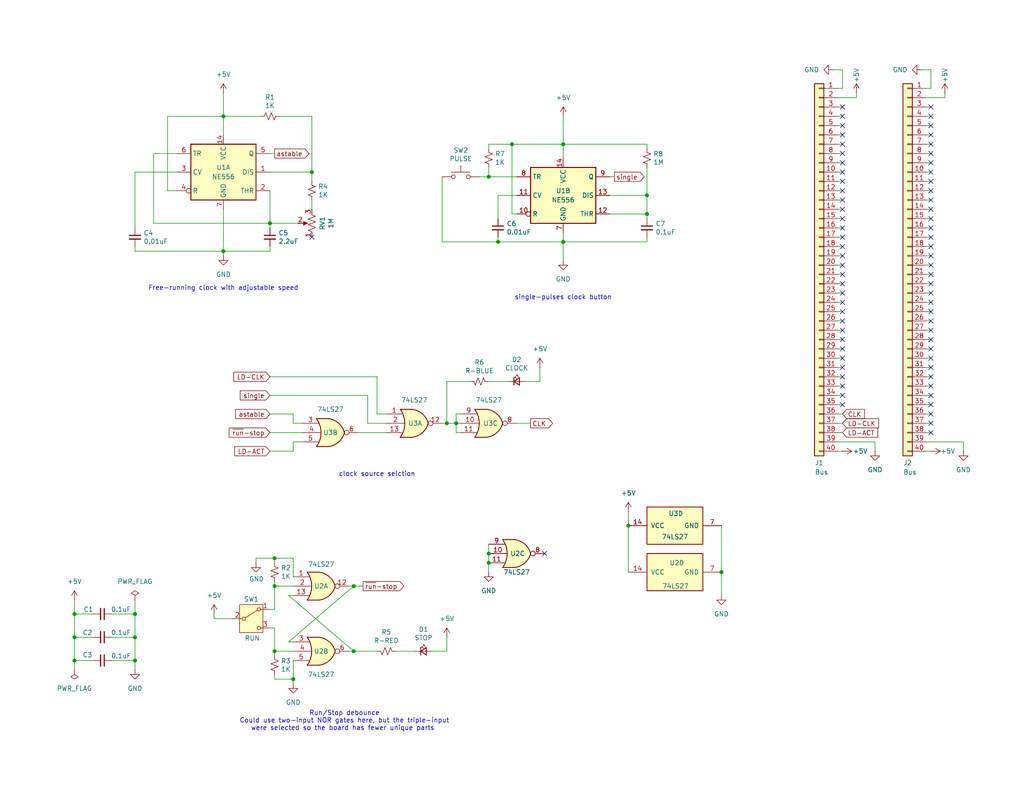
<source format=kicad_sch>
(kicad_sch (version 20231120) (generator "eeschema") (generator_version "8.0")
  (paper "USLetter")
  (title_block (title "SAP-Plus System Clock") (date "2024-07-28") (rev "1.0") (company "github.com/TomNisbet/sap-plus"))
  (lib_symbols
    (symbol "74xx:74LS27" (pin_names (offset 1.016))
      (property "Reference" "U" (at 0 1.27 0))
      (property "Value" "74LS27" (at 0 -1.27 0))
      (symbol "74LS27_1_1"
        (arc (start -3.81 -3.81) (mid -2.589 0) (end -3.81 3.81) (stroke (width 0.254)))
        (arc (start -0.6096 -3.81) (mid 2.1842 -2.5851) (end 3.81 0) (stroke (width 0.254)) (fill (type background)))
        (polyline (pts (xy -3.81 -3.81) (xy -0.635 -3.81)) (stroke (width 0.254)) (fill (type background)))
        (polyline (pts (xy -3.81 3.81) (xy -0.635 3.81)) (stroke (width 0.254)) (fill (type background)))
        (polyline (pts (xy -0.635 3.81) (xy -3.81 3.81) (xy -3.81 3.81) (xy -3.556 3.4036) (xy -3.0226 2.2606) (xy -2.6924 1.0414) (xy -2.6162 -0.254) (xy -2.7686 -1.4986) (xy -3.175 -2.7178) (xy -3.81 -3.81) (xy -3.81 -3.81) (xy -0.635 -3.81)) (stroke (width -25.4)) (fill (type background)))
        (arc (start 3.81 0) (mid 2.1915 2.5936) (end -0.6096 3.81) (stroke (width 0.254)) (fill (type background)))
        (pin input line (at -7.62 2.54 0) (length 4.318) (name "~") (number "1"))
        (pin output inverted (at 7.62 0 180) (length 3.81) (name "~") (number "12"))
        (pin input line (at -7.62 -2.54 0) (length 4.318) (name "~") (number "13"))
        (pin input line (at -7.62 0 0) (length 4.953) (name "~") (number "2"))
      )
      (symbol "74LS27_1_2"
        (arc (start 0 -3.81) (mid 3.7934 0) (end 0 3.81) (stroke (width 0.254)) (fill (type background)))
        (polyline (pts (xy 0 3.81) (xy -3.81 3.81) (xy -3.81 -3.81) (xy 0 -3.81)) (stroke (width 0.254)) (fill (type background)))
        (pin input inverted (at -7.62 2.54 0) (length 3.81) (name "~") (number "1"))
        (pin output line (at 7.62 0 180) (length 3.81) (name "~") (number "12"))
        (pin input inverted (at -7.62 -2.54 0) (length 3.81) (name "~") (number "13"))
        (pin input inverted (at -7.62 0 0) (length 3.81) (name "~") (number "2"))
      )
      (symbol "74LS27_2_1"
        (arc (start -3.81 -3.81) (mid -2.589 0) (end -3.81 3.81) (stroke (width 0.254)))
        (arc (start -0.6096 -3.81) (mid 2.1842 -2.5851) (end 3.81 0) (stroke (width 0.254)) (fill (type background)))
        (polyline (pts (xy -3.81 -3.81) (xy -0.635 -3.81)) (stroke (width 0.254)) (fill (type background)))
        (polyline (pts (xy -3.81 3.81) (xy -0.635 3.81)) (stroke (width 0.254)) (fill (type background)))
        (polyline (pts (xy -0.635 3.81) (xy -3.81 3.81) (xy -3.81 3.81) (xy -3.556 3.4036) (xy -3.0226 2.2606) (xy -2.6924 1.0414) (xy -2.6162 -0.254) (xy -2.7686 -1.4986) (xy -3.175 -2.7178) (xy -3.81 -3.81) (xy -3.81 -3.81) (xy -0.635 -3.81)) (stroke (width -25.4)) (fill (type background)))
        (arc (start 3.81 0) (mid 2.1915 2.5936) (end -0.6096 3.81) (stroke (width 0.254)) (fill (type background)))
        (pin input line (at -7.62 2.54 0) (length 4.318) (name "~") (number "3"))
        (pin input line (at -7.62 0 0) (length 4.953) (name "~") (number "4"))
        (pin input line (at -7.62 -2.54 0) (length 4.318) (name "~") (number "5"))
        (pin output inverted (at 7.62 0 180) (length 3.81) (name "~") (number "6"))
      )
      (symbol "74LS27_2_2"
        (arc (start 0 -3.81) (mid 3.7934 0) (end 0 3.81) (stroke (width 0.254)) (fill (type background)))
        (polyline (pts (xy 0 3.81) (xy -3.81 3.81) (xy -3.81 -3.81) (xy 0 -3.81)) (stroke (width 0.254)) (fill (type background)))
        (pin input inverted (at -7.62 2.54 0) (length 3.81) (name "~") (number "3"))
        (pin input inverted (at -7.62 0 0) (length 3.81) (name "~") (number "4"))
        (pin input inverted (at -7.62 -2.54 0) (length 3.81) (name "~") (number "5"))
        (pin output line (at 7.62 0 180) (length 3.81) (name "~") (number "6"))
      )
      (symbol "74LS27_3_1"
        (arc (start -3.81 -3.81) (mid -2.589 0) (end -3.81 3.81) (stroke (width 0.254)))
        (arc (start -0.6096 -3.81) (mid 2.1842 -2.5851) (end 3.81 0) (stroke (width 0.254)) (fill (type background)))
        (polyline (pts (xy -3.81 -3.81) (xy -0.635 -3.81)) (stroke (width 0.254)) (fill (type background)))
        (polyline (pts (xy -3.81 3.81) (xy -0.635 3.81)) (stroke (width 0.254)) (fill (type background)))
        (polyline (pts (xy -0.635 3.81) (xy -3.81 3.81) (xy -3.81 3.81) (xy -3.556 3.4036) (xy -3.0226 2.2606) (xy -2.6924 1.0414) (xy -2.6162 -0.254) (xy -2.7686 -1.4986) (xy -3.175 -2.7178) (xy -3.81 -3.81) (xy -3.81 -3.81) (xy -0.635 -3.81)) (stroke (width -25.4)) (fill (type background)))
        (arc (start 3.81 0) (mid 2.1915 2.5936) (end -0.6096 3.81) (stroke (width 0.254)) (fill (type background)))
        (pin input line (at -7.62 0 0) (length 4.953) (name "~") (number "10"))
        (pin input line (at -7.62 -2.54 0) (length 4.318) (name "~") (number "11"))
        (pin output inverted (at 7.62 0 180) (length 3.81) (name "~") (number "8"))
        (pin input line (at -7.62 2.54 0) (length 4.318) (name "~") (number "9"))
      )
      (symbol "74LS27_3_2"
        (arc (start 0 -3.81) (mid 3.7934 0) (end 0 3.81) (stroke (width 0.254)) (fill (type background)))
        (polyline (pts (xy 0 3.81) (xy -3.81 3.81) (xy -3.81 -3.81) (xy 0 -3.81)) (stroke (width 0.254)) (fill (type background)))
        (pin input inverted (at -7.62 0 0) (length 3.81) (name "~") (number "10"))
        (pin input inverted (at -7.62 -2.54 0) (length 3.81) (name "~") (number "11"))
        (pin output line (at 7.62 0 180) (length 3.81) (name "~") (number "8"))
        (pin input inverted (at -7.62 2.54 0) (length 3.81) (name "~") (number "9"))
      )
      (symbol "74LS27_4_0"
        (pin power_in line (at 0 12.7 270) (length 5.08) (name "VCC") (number "14"))
        (pin power_in line (at 0 -12.7 90) (length 5.08) (name "GND") (number "7"))
      )
      (symbol "74LS27_4_1"
        (rectangle (start -5.08 7.62) (end 5.08 -7.62) (stroke (width 0.254)) (fill (type background)))
      )
    )
    (symbol "Connector_Generic:Conn_01x40" (pin_names (offset 1.016) hide)
      (property "Reference" "J" (at 0 50.8 0))
      (property "Value" "Conn_01x40" (at 0 -53.34 0))
      (symbol "Conn_01x40_1_1"
        (rectangle (start -1.27 -50.673) (end 0 -50.927) (stroke (width 0.1524)))
        (rectangle (start -1.27 -48.133) (end 0 -48.387) (stroke (width 0.1524)))
        (rectangle (start -1.27 -45.593) (end 0 -45.847) (stroke (width 0.1524)))
        (rectangle (start -1.27 -43.053) (end 0 -43.307) (stroke (width 0.1524)))
        (rectangle (start -1.27 -40.513) (end 0 -40.767) (stroke (width 0.1524)))
        (rectangle (start -1.27 -37.973) (end 0 -38.227) (stroke (width 0.1524)))
        (rectangle (start -1.27 -35.433) (end 0 -35.687) (stroke (width 0.1524)))
        (rectangle (start -1.27 -32.893) (end 0 -33.147) (stroke (width 0.1524)))
        (rectangle (start -1.27 -30.353) (end 0 -30.607) (stroke (width 0.1524)))
        (rectangle (start -1.27 -27.813) (end 0 -28.067) (stroke (width 0.1524)))
        (rectangle (start -1.27 -25.273) (end 0 -25.527) (stroke (width 0.1524)))
        (rectangle (start -1.27 -22.733) (end 0 -22.987) (stroke (width 0.1524)))
        (rectangle (start -1.27 -20.193) (end 0 -20.447) (stroke (width 0.1524)))
        (rectangle (start -1.27 -17.653) (end 0 -17.907) (stroke (width 0.1524)))
        (rectangle (start -1.27 -15.113) (end 0 -15.367) (stroke (width 0.1524)))
        (rectangle (start -1.27 -12.573) (end 0 -12.827) (stroke (width 0.1524)))
        (rectangle (start -1.27 -10.033) (end 0 -10.287) (stroke (width 0.1524)))
        (rectangle (start -1.27 -7.493) (end 0 -7.747) (stroke (width 0.1524)))
        (rectangle (start -1.27 -4.953) (end 0 -5.207) (stroke (width 0.1524)))
        (rectangle (start -1.27 -2.413) (end 0 -2.667) (stroke (width 0.1524)))
        (rectangle (start -1.27 0.127) (end 0 -0.127) (stroke (width 0.1524)))
        (rectangle (start -1.27 2.667) (end 0 2.413) (stroke (width 0.1524)))
        (rectangle (start -1.27 5.207) (end 0 4.953) (stroke (width 0.1524)))
        (rectangle (start -1.27 7.747) (end 0 7.493) (stroke (width 0.1524)))
        (rectangle (start -1.27 10.287) (end 0 10.033) (stroke (width 0.1524)))
        (rectangle (start -1.27 12.827) (end 0 12.573) (stroke (width 0.1524)))
        (rectangle (start -1.27 15.367) (end 0 15.113) (stroke (width 0.1524)))
        (rectangle (start -1.27 17.907) (end 0 17.653) (stroke (width 0.1524)))
        (rectangle (start -1.27 20.447) (end 0 20.193) (stroke (width 0.1524)))
        (rectangle (start -1.27 22.987) (end 0 22.733) (stroke (width 0.1524)))
        (rectangle (start -1.27 25.527) (end 0 25.273) (stroke (width 0.1524)))
        (rectangle (start -1.27 28.067) (end 0 27.813) (stroke (width 0.1524)))
        (rectangle (start -1.27 30.607) (end 0 30.353) (stroke (width 0.1524)))
        (rectangle (start -1.27 33.147) (end 0 32.893) (stroke (width 0.1524)))
        (rectangle (start -1.27 35.687) (end 0 35.433) (stroke (width 0.1524)))
        (rectangle (start -1.27 38.227) (end 0 37.973) (stroke (width 0.1524)))
        (rectangle (start -1.27 40.767) (end 0 40.513) (stroke (width 0.1524)))
        (rectangle (start -1.27 43.307) (end 0 43.053) (stroke (width 0.1524)))
        (rectangle (start -1.27 45.847) (end 0 45.593) (stroke (width 0.1524)))
        (rectangle (start -1.27 48.387) (end 0 48.133) (stroke (width 0.1524)))
        (rectangle (start -1.27 49.53) (end 1.27 -52.07) (stroke (width 0.254)) (fill (type background)))
        (pin passive line (at -5.08 48.26 0) (length 3.81) (name "Pin_1") (number "1"))
        (pin passive line (at -5.08 25.4 0) (length 3.81) (name "Pin_10") (number "10"))
        (pin passive line (at -5.08 22.86 0) (length 3.81) (name "Pin_11") (number "11"))
        (pin passive line (at -5.08 20.32 0) (length 3.81) (name "Pin_12") (number "12"))
        (pin passive line (at -5.08 17.78 0) (length 3.81) (name "Pin_13") (number "13"))
        (pin passive line (at -5.08 15.24 0) (length 3.81) (name "Pin_14") (number "14"))
        (pin passive line (at -5.08 12.7 0) (length 3.81) (name "Pin_15") (number "15"))
        (pin passive line (at -5.08 10.16 0) (length 3.81) (name "Pin_16") (number "16"))
        (pin passive line (at -5.08 7.62 0) (length 3.81) (name "Pin_17") (number "17"))
        (pin passive line (at -5.08 5.08 0) (length 3.81) (name "Pin_18") (number "18"))
        (pin passive line (at -5.08 2.54 0) (length 3.81) (name "Pin_19") (number "19"))
        (pin passive line (at -5.08 45.72 0) (length 3.81) (name "Pin_2") (number "2"))
        (pin passive line (at -5.08 0 0) (length 3.81) (name "Pin_20") (number "20"))
        (pin passive line (at -5.08 -2.54 0) (length 3.81) (name "Pin_21") (number "21"))
        (pin passive line (at -5.08 -5.08 0) (length 3.81) (name "Pin_22") (number "22"))
        (pin passive line (at -5.08 -7.62 0) (length 3.81) (name "Pin_23") (number "23"))
        (pin passive line (at -5.08 -10.16 0) (length 3.81) (name "Pin_24") (number "24"))
        (pin passive line (at -5.08 -12.7 0) (length 3.81) (name "Pin_25") (number "25"))
        (pin passive line (at -5.08 -15.24 0) (length 3.81) (name "Pin_26") (number "26"))
        (pin passive line (at -5.08 -17.78 0) (length 3.81) (name "Pin_27") (number "27"))
        (pin passive line (at -5.08 -20.32 0) (length 3.81) (name "Pin_28") (number "28"))
        (pin passive line (at -5.08 -22.86 0) (length 3.81) (name "Pin_29") (number "29"))
        (pin passive line (at -5.08 43.18 0) (length 3.81) (name "Pin_3") (number "3"))
        (pin passive line (at -5.08 -25.4 0) (length 3.81) (name "Pin_30") (number "30"))
        (pin passive line (at -5.08 -27.94 0) (length 3.81) (name "Pin_31") (number "31"))
        (pin passive line (at -5.08 -30.48 0) (length 3.81) (name "Pin_32") (number "32"))
        (pin passive line (at -5.08 -33.02 0) (length 3.81) (name "Pin_33") (number "33"))
        (pin passive line (at -5.08 -35.56 0) (length 3.81) (name "Pin_34") (number "34"))
        (pin passive line (at -5.08 -38.1 0) (length 3.81) (name "Pin_35") (number "35"))
        (pin passive line (at -5.08 -40.64 0) (length 3.81) (name "Pin_36") (number "36"))
        (pin passive line (at -5.08 -43.18 0) (length 3.81) (name "Pin_37") (number "37"))
        (pin passive line (at -5.08 -45.72 0) (length 3.81) (name "Pin_38") (number "38"))
        (pin passive line (at -5.08 -48.26 0) (length 3.81) (name "Pin_39") (number "39"))
        (pin passive line (at -5.08 40.64 0) (length 3.81) (name "Pin_4") (number "4"))
        (pin passive line (at -5.08 -50.8 0) (length 3.81) (name "Pin_40") (number "40"))
        (pin passive line (at -5.08 38.1 0) (length 3.81) (name "Pin_5") (number "5"))
        (pin passive line (at -5.08 35.56 0) (length 3.81) (name "Pin_6") (number "6"))
        (pin passive line (at -5.08 33.02 0) (length 3.81) (name "Pin_7") (number "7"))
        (pin passive line (at -5.08 30.48 0) (length 3.81) (name "Pin_8") (number "8"))
        (pin passive line (at -5.08 27.94 0) (length 3.81) (name "Pin_9") (number "9"))
      )
    )
    (symbol "Device:C_Small" (pin_numbers hide) (pin_names (offset 0.254) hide)
      (property "Reference" "C" (at 0.254 1.778 0))
      (property "Value" "C_Small" (at 0.254 -2.032 0))
      (symbol "C_Small_0_1"
        (polyline (pts (xy -1.524 -0.508) (xy 1.524 -0.508)) (stroke (width 0.3302)))
        (polyline (pts (xy -1.524 0.508) (xy 1.524 0.508)) (stroke (width 0.3048)))
      )
      (symbol "C_Small_1_1"
        (pin passive line (at 0 2.54 270) (length 2.032) (name "~") (number "1"))
        (pin passive line (at 0 -2.54 90) (length 2.032) (name "~") (number "2"))
      )
    )
    (symbol "Device:LED_Small" (pin_numbers hide) (pin_names (offset 0.254) hide)
      (property "Reference" "D" (at -1.27 3.175 0))
      (property "Value" "LED_Small" (at -4.445 -2.54 0))
      (symbol "LED_Small_0_1"
        (polyline (pts (xy -0.762 -1.016) (xy -0.762 1.016)) (stroke (width 0.254)))
        (polyline (pts (xy 1.016 0) (xy -0.762 0)))
        (polyline (pts (xy 0.762 -1.016) (xy -0.762 0) (xy 0.762 1.016) (xy 0.762 -1.016)) (stroke (width 0.254)))
        (polyline (pts (xy 0 0.762) (xy -0.508 1.27) (xy -0.254 1.27) (xy -0.508 1.27) (xy -0.508 1.016)))
        (polyline (pts (xy 0.508 1.27) (xy 0 1.778) (xy 0.254 1.778) (xy 0 1.778) (xy 0 1.524)))
      )
      (symbol "LED_Small_1_1"
        (pin passive line (at -2.54 0 0) (length 1.778) (name "K") (number "1"))
        (pin passive line (at 2.54 0 180) (length 1.778) (name "A") (number "2"))
      )
    )
    (symbol "Device:R_Potentiometer_US" (pin_names (offset 1.016) hide)
      (property "Reference" "RV" (at -4.445 0 90))
      (property "Value" "R_Potentiometer_US" (at -2.54 0 90))
      (symbol "R_Potentiometer_US_0_1"
        (polyline (pts (xy 0 -2.286) (xy 0 -2.54)))
        (polyline (pts (xy 0 2.54) (xy 0 2.286)))
        (polyline (pts (xy 2.54 0) (xy 1.524 0)))
        (polyline (pts (xy 1.143 0) (xy 2.286 0.508) (xy 2.286 -0.508) (xy 1.143 0)) (fill (type outline)))
        (polyline (pts (xy 0 -0.762) (xy 1.016 -1.143) (xy 0 -1.524) (xy -1.016 -1.905) (xy 0 -2.286)))
        (polyline (pts (xy 0 0.762) (xy 1.016 0.381) (xy 0 0) (xy -1.016 -0.381) (xy 0 -0.762)))
        (polyline (pts (xy 0 2.286) (xy 1.016 1.905) (xy 0 1.524) (xy -1.016 1.143) (xy 0 0.762)))
      )
      (symbol "R_Potentiometer_US_1_1"
        (pin passive line (at 0 3.81 270) (length 1.27) (name "1") (number "1"))
        (pin passive line (at 3.81 0 180) (length 1.27) (name "2") (number "2"))
        (pin passive line (at 0 -3.81 90) (length 1.27) (name "3") (number "3"))
      )
    )
    (symbol "Device:R_Small_US" (pin_numbers hide) (pin_names (offset 0.254) hide)
      (property "Reference" "R" (at 0.762 0.508 0))
      (property "Value" "R_Small_US" (at 0.762 -1.016 0))
      (symbol "R_Small_US_1_1"
        (polyline (pts (xy 0 0) (xy 1.016 -0.381) (xy 0 -0.762) (xy -1.016 -1.143) (xy 0 -1.524)))
        (polyline (pts (xy 0 1.524) (xy 1.016 1.143) (xy 0 0.762) (xy -1.016 0.381) (xy 0 0)))
        (pin passive line (at 0 2.54 270) (length 1.016) (name "~") (number "1"))
        (pin passive line (at 0 -2.54 90) (length 1.016) (name "~") (number "2"))
      )
    )
    (symbol "Switch:SW_Push" (pin_numbers hide) (pin_names (offset 1.016) hide)
      (property "Reference" "SW" (at 1.27 2.54 0))
      (property "Value" "SW_Push" (at 0 -1.524 0))
      (symbol "SW_Push_0_1"
        (circle (center -2.032 0) (radius 0.508))
        (polyline (pts (xy 0 1.27) (xy 0 3.048)))
        (polyline (pts (xy 2.54 1.27) (xy -2.54 1.27)))
        (circle (center 2.032 0) (radius 0.508))
        (pin passive line (at -5.08 0 0) (length 2.54) (name "1") (number "1"))
        (pin passive line (at 5.08 0 180) (length 2.54) (name "2") (number "2"))
      )
    )
    (symbol "Switch:SW_SPDT" (pin_names (offset 0) hide)
      (property "Reference" "SW" (at 0 5.08 0))
      (property "Value" "SW_SPDT" (at 0 -5.08 0))
      (symbol "SW_SPDT_0_1"
        (circle (center -2.032 0) (radius 0.4572))
        (polyline (pts (xy -1.651 0.254) (xy 1.651 2.286)))
        (circle (center 2.032 -2.54) (radius 0.4572))
        (circle (center 2.032 2.54) (radius 0.4572))
      )
      (symbol "SW_SPDT_1_1"
        (rectangle (start -3.175 3.81) (end 3.175 -3.81) (fill (type background)))
        (pin passive line (at 5.08 2.54 180) (length 2.54) (name "A") (number "1"))
        (pin passive line (at -5.08 0 0) (length 2.54) (name "B") (number "2"))
        (pin passive line (at 5.08 -2.54 180) (length 2.54) (name "C") (number "3"))
      )
    )
    (symbol "Timer:NE556"
      (property "Reference" "U" (at -10.16 8.89 0))
      (property "Value" "NE556" (at -10.16 -8.89 0))
      (symbol "NE556_0_0"
        (pin power_in line (at 0 10.16 270) (length 2.54) (name "VCC") (number "14"))
        (pin power_in line (at 0 -10.16 90) (length 2.54) (name "GND") (number "7"))
      )
      (symbol "NE556_0_1"
        (rectangle (start -8.89 -7.62) (end 8.89 7.62) (stroke (width 0.254)) (fill (type background)))
        (rectangle (start -8.89 -7.62) (end 8.89 7.62) (stroke (width 0.254)) (fill (type background)))
      )
      (symbol "NE556_1_1"
        (pin input line (at 12.7 0 180) (length 3.81) (name "DIS") (number "1"))
        (pin input line (at 12.7 -5.08 180) (length 3.81) (name "THR") (number "2"))
        (pin input line (at -12.7 0 0) (length 3.81) (name "CV") (number "3"))
        (pin input inverted (at -12.7 -5.08 0) (length 3.81) (name "R") (number "4"))
        (pin output line (at 12.7 5.08 180) (length 3.81) (name "Q") (number "5"))
        (pin input line (at -12.7 5.08 0) (length 3.81) (name "TR") (number "6"))
      )
      (symbol "NE556_2_1"
        (pin input inverted (at -12.7 -5.08 0) (length 3.81) (name "R") (number "10"))
        (pin input line (at -12.7 0 0) (length 3.81) (name "CV") (number "11"))
        (pin input line (at 12.7 -5.08 180) (length 3.81) (name "THR") (number "12"))
        (pin input line (at 12.7 0 180) (length 3.81) (name "DIS") (number "13"))
        (pin input line (at -12.7 5.08 0) (length 3.81) (name "TR") (number "8"))
        (pin output line (at 12.7 5.08 180) (length 3.81) (name "Q") (number "9"))
      )
    )
    (symbol "power:+5V" (power) (pin_numbers hide) (pin_names (offset 0) hide)
      (property "Value" "+5V" (at 0 3.556 0))
      (symbol "+5V_0_1"
        (polyline (pts (xy -0.762 1.27) (xy 0 2.54)))
        (polyline (pts (xy 0 0) (xy 0 2.54)))
        (polyline (pts (xy 0 2.54) (xy 0.762 1.27)))
      )
      (symbol "+5V_1_1"
        (pin power_in line (at 0 0 90) (length 0) (name "~") (number "1"))
      )
    )
    (symbol "power:GND" (power) (pin_numbers hide) (pin_names (offset 0) hide)
      (property "Value" "GND" (at 0 -3.81 0))
      (symbol "GND_0_1"
        (polyline (pts (xy 0 0) (xy 0 -1.27) (xy 1.27 -1.27) (xy 0 -2.54) (xy -1.27 -1.27) (xy 0 -1.27)))
      )
      (symbol "GND_1_1"
        (pin power_in line (at 0 0 270) (length 0) (name "~") (number "1"))
      )
    )
    (symbol "power:PWR_FLAG" (power) (pin_numbers hide) (pin_names (offset 0) hide)
      (property "Value" "PWR_FLAG" (at 0 3.81 0))
      (symbol "PWR_FLAG_0_0"
        (pin power_out line (at 0 0 90) (length 0) (name "~") (number "1"))
      )
      (symbol "PWR_FLAG_0_1"
        (polyline (pts (xy 0 0) (xy 0 1.27) (xy -1.016 1.905) (xy 0 2.54) (xy 1.016 1.905) (xy 0 1.27)))
      )
    )
  )
  (junction (at 74.93 177.8))
  (junction (at 139.7 39.37))
  (junction (at 176.53 53.34))
  (junction (at 74.93 160.02))
  (junction (at 96.52 160.02))
  (junction (at 135.89 66.04))
  (junction (at 60.96 31.75))
  (junction (at 20.32 173.99))
  (junction (at 133.35 153.67))
  (junction (at 121.92 115.57))
  (junction (at 36.83 167.64))
  (junction (at 73.66 60.96))
  (junction (at 153.67 39.37))
  (junction (at 133.35 48.26))
  (junction (at 36.83 173.99))
  (junction (at 20.32 167.64))
  (junction (at 133.35 151.13))
  (junction (at 96.52 177.8))
  (junction (at 171.45 143.51))
  (junction (at 74.93 152.4))
  (junction (at 20.32 180.34))
  (junction (at 80.01 185.42))
  (junction (at 176.53 58.42))
  (junction (at 153.67 66.04))
  (junction (at 36.83 180.34))
  (junction (at 60.96 68.58))
  (junction (at 196.85 156.21))
  (junction (at 85.09 46.99))
  (junction (at 124.46 115.57))
  (no_connect (at 254 102.87))
  (no_connect (at 254 36.83))
  (no_connect (at 254 62.23))
  (no_connect (at 254 44.45))
  (no_connect (at 229.87 74.93))
  (no_connect (at 148.59 151.13))
  (no_connect (at 229.87 34.29))
  (no_connect (at 229.87 36.83))
  (no_connect (at 229.87 97.79))
  (no_connect (at 229.87 90.17))
  (no_connect (at 254 95.25))
  (no_connect (at 254 34.29))
  (no_connect (at 254 64.77))
  (no_connect (at 229.87 67.31))
  (no_connect (at 229.87 92.71))
  (no_connect (at 254 74.93))
  (no_connect (at 229.87 54.61))
  (no_connect (at 229.87 107.95))
  (no_connect (at 254 97.79))
  (no_connect (at 85.09 64.77))
  (no_connect (at 229.87 82.55))
  (no_connect (at 254 54.61))
  (no_connect (at 229.87 87.63))
  (no_connect (at 254 80.01))
  (no_connect (at 229.87 77.47))
  (no_connect (at 254 31.75))
  (no_connect (at 254 110.49))
  (no_connect (at 254 107.95))
  (no_connect (at 229.87 102.87))
  (no_connect (at 229.87 72.39))
  (no_connect (at 229.87 59.69))
  (no_connect (at 229.87 85.09))
  (no_connect (at 254 82.55))
  (no_connect (at 229.87 100.33))
  (no_connect (at 254 52.07))
  (no_connect (at 254 29.21))
  (no_connect (at 254 115.57))
  (no_connect (at 229.87 105.41))
  (no_connect (at 229.87 80.01))
  (no_connect (at 254 41.91))
  (no_connect (at 254 105.41))
  (no_connect (at 254 49.53))
  (no_connect (at 229.87 64.77))
  (no_connect (at 254 67.31))
  (no_connect (at 254 118.11))
  (no_connect (at 254 85.09))
  (no_connect (at 254 69.85))
  (no_connect (at 229.87 41.91))
  (no_connect (at 254 92.71))
  (no_connect (at 229.87 39.37))
  (no_connect (at 254 113.03))
  (no_connect (at 254 87.63))
  (no_connect (at 229.87 110.49))
  (no_connect (at 254 46.99))
  (no_connect (at 229.87 52.07))
  (no_connect (at 229.87 49.53))
  (no_connect (at 254 39.37))
  (no_connect (at 229.87 44.45))
  (no_connect (at 254 77.47))
  (no_connect (at 229.87 46.99))
  (no_connect (at 229.87 62.23))
  (no_connect (at 229.87 95.25))
  (no_connect (at 229.87 29.21))
  (no_connect (at 254 57.15))
  (no_connect (at 254 59.69))
  (no_connect (at 229.87 31.75))
  (no_connect (at 229.87 69.85))
  (no_connect (at 254 90.17))
  (no_connect (at 254 100.33))
  (no_connect (at 229.87 57.15))
  (no_connect (at 254 72.39))
  (wire (pts (xy 228.6 118.11) (xy 229.87 118.11)))
  (wire (pts (xy 254 31.75) (xy 252.73 31.75)))
  (wire (pts (xy 229.87 29.21) (xy 228.6 29.21)))
  (wire (pts (xy 254 87.63) (xy 252.73 87.63)))
  (wire (pts (xy 229.87 80.01) (xy 228.6 80.01)))
  (wire (pts (xy 74.93 160.02) (xy 74.93 158.75)))
  (wire (pts (xy 60.96 25.4) (xy 60.96 31.75)))
  (wire (pts (xy 80.01 185.42) (xy 80.01 186.69)))
  (wire (pts (xy 48.26 46.99) (xy 36.83 46.99)))
  (wire (pts (xy 254 80.01) (xy 252.73 80.01)))
  (wire (pts (xy 74.93 166.37) (xy 73.66 166.37)))
  (wire (pts (xy 25.4 180.34) (xy 20.32 180.34)))
  (wire (pts (xy 25.4 173.99) (xy 20.32 173.99)))
  (wire (pts (xy 74.93 177.8) (xy 74.93 171.45)))
  (wire (pts (xy 125.73 113.03) (xy 124.46 113.03)))
  (wire (pts (xy 36.83 167.64) (xy 36.83 173.99)))
  (wire (pts (xy 228.6 107.95) (xy 229.87 107.95)))
  (wire (pts (xy 140.97 53.34) (xy 135.89 53.34)))
  (wire (pts (xy 85.09 31.75) (xy 85.09 46.99)))
  (wire (pts (xy 254 39.37) (xy 252.73 39.37)))
  (wire (pts (xy 252.73 26.67) (xy 257.81 26.67)))
  (wire (pts (xy 120.65 66.04) (xy 135.89 66.04)))
  (wire (pts (xy 80.01 160.02) (xy 74.93 160.02)))
  (wire (pts (xy 254 59.69) (xy 252.73 59.69)))
  (wire (pts (xy 73.66 68.58) (xy 73.66 67.31)))
  (wire (pts (xy 96.52 177.8) (xy 95.25 177.8)))
  (wire (pts (xy 254 72.39) (xy 252.73 72.39)))
  (wire (pts (xy 176.53 39.37) (xy 153.67 39.37)))
  (wire (pts (xy 153.67 63.5) (xy 153.67 66.04)))
  (wire (pts (xy 36.83 173.99) (xy 36.83 180.34)))
  (wire (pts (xy 102.87 102.87) (xy 73.66 102.87)))
  (wire (pts (xy 124.46 115.57) (xy 125.73 115.57)))
  (wire (pts (xy 48.26 52.07) (xy 45.72 52.07)))
  (wire (pts (xy 60.96 68.58) (xy 73.66 68.58)))
  (wire (pts (xy 153.67 31.75) (xy 153.67 39.37)))
  (wire (pts (xy 85.09 49.53) (xy 85.09 46.99)))
  (wire (pts (xy 229.87 64.77) (xy 228.6 64.77)))
  (wire (pts (xy 229.87 95.25) (xy 228.6 95.25)))
  (wire (pts (xy 85.09 46.99) (xy 73.66 46.99)))
  (wire (pts (xy 121.92 115.57) (xy 120.65 115.57)))
  (wire (pts (xy 133.35 48.26) (xy 133.35 45.72)))
  (wire (pts (xy 71.12 31.75) (xy 60.96 31.75)))
  (wire (pts (xy 125.73 118.11) (xy 124.46 118.11)))
  (wire (pts (xy 121.92 173.99) (xy 121.92 177.8)))
  (wire (pts (xy 229.87 105.41) (xy 228.6 105.41)))
  (wire (pts (xy 229.87 46.99) (xy 228.6 46.99)))
  (wire (pts (xy 229.87 77.47) (xy 228.6 77.47)))
  (wire (pts (xy 229.87 62.23) (xy 228.6 62.23)))
  (wire (pts (xy 171.45 143.51) (xy 171.45 156.21)))
  (wire (pts (xy 45.72 31.75) (xy 60.96 31.75)))
  (wire (pts (xy 254 36.83) (xy 252.73 36.83)))
  (wire (pts (xy 257.81 25.4) (xy 257.81 26.67)))
  (wire (pts (xy 229.87 49.53) (xy 228.6 49.53)))
  (wire (pts (xy 36.83 163.83) (xy 36.83 167.64)))
  (wire (pts (xy 254 90.17) (xy 252.73 90.17)))
  (wire (pts (xy 74.93 184.15) (xy 74.93 185.42)))
  (wire (pts (xy 196.85 143.51) (xy 196.85 156.21)))
  (wire (pts (xy 120.65 48.26) (xy 120.65 66.04)))
  (wire (pts (xy 133.35 40.64) (xy 133.35 39.37)))
  (wire (pts (xy 133.35 148.59) (xy 133.35 151.13)))
  (wire (pts (xy 254 44.45) (xy 252.73 44.45)))
  (wire (pts (xy 229.87 54.61) (xy 228.6 54.61)))
  (wire (pts (xy 229.87 19.05) (xy 229.87 24.13)))
  (wire (pts (xy 254 46.99) (xy 252.73 46.99)))
  (wire (pts (xy 254 105.41) (xy 252.73 105.41)))
  (wire (pts (xy 41.91 60.96) (xy 73.66 60.96)))
  (wire (pts (xy 74.93 171.45) (xy 73.66 171.45)))
  (wire (pts (xy 251.46 19.05) (xy 254 19.05)))
  (wire (pts (xy 96.52 160.02) (xy 95.25 160.02)))
  (wire (pts (xy 80.01 180.34) (xy 80.01 185.42)))
  (wire (pts (xy 254 115.57) (xy 252.73 115.57)))
  (wire (pts (xy 20.32 173.99) (xy 20.32 180.34)))
  (wire (pts (xy 135.89 66.04) (xy 153.67 66.04)))
  (wire (pts (xy 30.48 173.99) (xy 36.83 173.99)))
  (wire (pts (xy 58.42 167.64) (xy 58.42 168.91)))
  (wire (pts (xy 254 123.19) (xy 252.73 123.19)))
  (wire (pts (xy 254 54.61) (xy 252.73 54.61)))
  (wire (pts (xy 99.06 160.02) (xy 96.52 160.02)))
  (wire (pts (xy 254 69.85) (xy 252.73 69.85)))
  (wire (pts (xy 229.87 74.93) (xy 228.6 74.93)))
  (wire (pts (xy 176.53 58.42) (xy 176.53 59.69)))
  (wire (pts (xy 254 24.13) (xy 252.73 24.13)))
  (wire (pts (xy 121.92 115.57) (xy 124.46 115.57)))
  (wire (pts (xy 60.96 68.58) (xy 60.96 69.85)))
  (wire (pts (xy 76.2 31.75) (xy 85.09 31.75)))
  (wire (pts (xy 74.93 160.02) (xy 74.93 166.37)))
  (wire (pts (xy 20.32 180.34) (xy 20.32 182.88)))
  (wire (pts (xy 254 77.47) (xy 252.73 77.47)))
  (wire (pts (xy 229.87 82.55) (xy 228.6 82.55)))
  (wire (pts (xy 80.01 177.8) (xy 74.93 177.8)))
  (wire (pts (xy 176.53 40.64) (xy 176.53 39.37)))
  (wire (pts (xy 254 100.33) (xy 252.73 100.33)))
  (wire (pts (xy 171.45 139.7) (xy 171.45 143.51)))
  (wire (pts (xy 254 110.49) (xy 252.73 110.49)))
  (wire (pts (xy 36.83 68.58) (xy 60.96 68.58)))
  (wire (pts (xy 36.83 180.34) (xy 36.83 182.88)))
  (wire (pts (xy 229.87 24.13) (xy 228.6 24.13)))
  (wire (pts (xy 229.87 41.91) (xy 228.6 41.91)))
  (wire (pts (xy 102.87 177.8) (xy 96.52 177.8)))
  (wire (pts (xy 105.41 113.03) (xy 102.87 113.03)))
  (wire (pts (xy 121.92 104.14) (xy 121.92 115.57)))
  (wire (pts (xy 176.53 64.77) (xy 176.53 66.04)))
  (wire (pts (xy 254 49.53) (xy 252.73 49.53)))
  (wire (pts (xy 254 62.23) (xy 252.73 62.23)))
  (wire (pts (xy 74.93 41.91) (xy 73.66 41.91)))
  (wire (pts (xy 262.89 120.65) (xy 262.89 123.19)))
  (wire (pts (xy 73.66 118.11) (xy 82.55 118.11)))
  (wire (pts (xy 153.67 39.37) (xy 153.67 43.18)))
  (wire (pts (xy 254 118.11) (xy 252.73 118.11)))
  (wire (pts (xy 176.53 53.34) (xy 176.53 58.42)))
  (wire (pts (xy 254 113.03) (xy 252.73 113.03)))
  (wire (pts (xy 30.48 167.64) (xy 36.83 167.64)))
  (wire (pts (xy 176.53 45.72) (xy 176.53 53.34)))
  (wire (pts (xy 85.09 54.61) (xy 85.09 57.15)))
  (wire (pts (xy 227.33 19.05) (xy 229.87 19.05)))
  (wire (pts (xy 133.35 39.37) (xy 139.7 39.37)))
  (wire (pts (xy 254 82.55) (xy 252.73 82.55)))
  (wire (pts (xy 229.87 69.85) (xy 228.6 69.85)))
  (wire (pts (xy 130.81 48.26) (xy 133.35 48.26)))
  (wire (pts (xy 143.51 104.14) (xy 147.32 104.14)))
  (wire (pts (xy 229.87 123.19) (xy 228.6 123.19)))
  (wire (pts (xy 229.87 31.75) (xy 228.6 31.75)))
  (wire (pts (xy 20.32 163.83) (xy 20.32 167.64)))
  (wire (pts (xy 254 85.09) (xy 252.73 85.09)))
  (wire (pts (xy 254 107.95) (xy 252.73 107.95)))
  (wire (pts (xy 133.35 48.26) (xy 140.97 48.26)))
  (wire (pts (xy 96.52 177.8) (xy 78.74 162.56)))
  (wire (pts (xy 147.32 100.33) (xy 147.32 104.14)))
  (wire (pts (xy 73.66 52.07) (xy 73.66 60.96)))
  (wire (pts (xy 139.7 39.37) (xy 153.67 39.37)))
  (wire (pts (xy 254 34.29) (xy 252.73 34.29)))
  (wire (pts (xy 20.32 167.64) (xy 20.32 173.99)))
  (wire (pts (xy 229.87 67.31) (xy 228.6 67.31)))
  (wire (pts (xy 167.64 48.26) (xy 166.37 48.26)))
  (wire (pts (xy 73.66 113.03) (xy 80.01 113.03)))
  (wire (pts (xy 228.6 120.65) (xy 238.76 120.65)))
  (wire (pts (xy 36.83 46.99) (xy 36.83 62.23)))
  (wire (pts (xy 138.43 104.14) (xy 133.35 104.14)))
  (wire (pts (xy 229.87 87.63) (xy 228.6 87.63)))
  (wire (pts (xy 254 19.05) (xy 254 24.13)))
  (wire (pts (xy 30.48 180.34) (xy 36.83 180.34)))
  (wire (pts (xy 229.87 72.39) (xy 228.6 72.39)))
  (wire (pts (xy 228.6 115.57) (xy 229.87 115.57)))
  (wire (pts (xy 229.87 90.17) (xy 228.6 90.17)))
  (wire (pts (xy 228.6 113.03) (xy 229.87 113.03)))
  (wire (pts (xy 113.03 177.8) (xy 107.95 177.8)))
  (wire (pts (xy 228.6 26.67) (xy 233.68 26.67)))
  (wire (pts (xy 228.6 110.49) (xy 229.87 110.49)))
  (wire (pts (xy 73.66 123.19) (xy 80.01 123.19)))
  (wire (pts (xy 105.41 118.11) (xy 97.79 118.11)))
  (wire (pts (xy 140.97 58.42) (xy 139.7 58.42)))
  (wire (pts (xy 80.01 113.03) (xy 80.01 115.57)))
  (wire (pts (xy 229.87 59.69) (xy 228.6 59.69)))
  (wire (pts (xy 133.35 151.13) (xy 133.35 153.67)))
  (wire (pts (xy 153.67 66.04) (xy 153.67 71.12)))
  (wire (pts (xy 36.83 67.31) (xy 36.83 68.58)))
  (wire (pts (xy 144.78 115.57) (xy 140.97 115.57)))
  (wire (pts (xy 254 97.79) (xy 252.73 97.79)))
  (wire (pts (xy 41.91 41.91) (xy 41.91 60.96)))
  (wire (pts (xy 100.33 115.57) (xy 105.41 115.57)))
  (wire (pts (xy 233.68 25.4) (xy 233.68 26.67)))
  (wire (pts (xy 100.33 107.95) (xy 100.33 115.57)))
  (wire (pts (xy 176.53 66.04) (xy 153.67 66.04)))
  (wire (pts (xy 229.87 102.87) (xy 228.6 102.87)))
  (wire (pts (xy 229.87 52.07) (xy 228.6 52.07)))
  (wire (pts (xy 254 74.93) (xy 252.73 74.93)))
  (wire (pts (xy 78.74 162.56) (xy 80.01 162.56)))
  (wire (pts (xy 80.01 115.57) (xy 82.55 115.57)))
  (wire (pts (xy 254 64.77) (xy 252.73 64.77)))
  (wire (pts (xy 69.85 152.4) (xy 69.85 153.67)))
  (wire (pts (xy 74.93 153.67) (xy 74.93 152.4)))
  (wire (pts (xy 74.93 152.4) (xy 69.85 152.4)))
  (wire (pts (xy 73.66 62.23) (xy 73.66 60.96)))
  (wire (pts (xy 25.4 167.64) (xy 20.32 167.64)))
  (wire (pts (xy 229.87 92.71) (xy 228.6 92.71)))
  (wire (pts (xy 229.87 39.37) (xy 228.6 39.37)))
  (wire (pts (xy 133.35 153.67) (xy 133.35 156.21)))
  (wire (pts (xy 254 102.87) (xy 252.73 102.87)))
  (wire (pts (xy 139.7 58.42) (xy 139.7 39.37)))
  (wire (pts (xy 96.52 160.02) (xy 78.74 175.26)))
  (wire (pts (xy 60.96 31.75) (xy 60.96 36.83)))
  (wire (pts (xy 80.01 157.48) (xy 80.01 152.4)))
  (wire (pts (xy 58.42 168.91) (xy 63.5 168.91)))
  (wire (pts (xy 254 95.25) (xy 252.73 95.25)))
  (wire (pts (xy 254 52.07) (xy 252.73 52.07)))
  (wire (pts (xy 254 57.15) (xy 252.73 57.15)))
  (wire (pts (xy 80.01 123.19) (xy 80.01 120.65)))
  (wire (pts (xy 45.72 52.07) (xy 45.72 31.75)))
  (wire (pts (xy 166.37 58.42) (xy 176.53 58.42)))
  (wire (pts (xy 229.87 57.15) (xy 228.6 57.15)))
  (wire (pts (xy 229.87 85.09) (xy 228.6 85.09)))
  (wire (pts (xy 78.74 175.26) (xy 80.01 175.26)))
  (wire (pts (xy 229.87 44.45) (xy 228.6 44.45)))
  (wire (pts (xy 124.46 113.03) (xy 124.46 115.57)))
  (wire (pts (xy 196.85 156.21) (xy 196.85 162.56)))
  (wire (pts (xy 254 67.31) (xy 252.73 67.31)))
  (wire (pts (xy 118.11 177.8) (xy 121.92 177.8)))
  (wire (pts (xy 166.37 53.34) (xy 176.53 53.34)))
  (wire (pts (xy 74.93 179.07) (xy 74.93 177.8)))
  (wire (pts (xy 135.89 53.34) (xy 135.89 59.69)))
  (wire (pts (xy 254 92.71) (xy 252.73 92.71)))
  (wire (pts (xy 229.87 100.33) (xy 228.6 100.33)))
  (wire (pts (xy 60.96 57.15) (xy 60.96 68.58)))
  (wire (pts (xy 73.66 107.95) (xy 100.33 107.95)))
  (wire (pts (xy 252.73 120.65) (xy 262.89 120.65)))
  (wire (pts (xy 81.28 60.96) (xy 73.66 60.96)))
  (wire (pts (xy 229.87 97.79) (xy 228.6 97.79)))
  (wire (pts (xy 74.93 185.42) (xy 80.01 185.42)))
  (wire (pts (xy 80.01 152.4) (xy 74.93 152.4)))
  (wire (pts (xy 229.87 34.29) (xy 228.6 34.29)))
  (wire (pts (xy 124.46 118.11) (xy 124.46 115.57)))
  (wire (pts (xy 254 29.21) (xy 252.73 29.21)))
  (wire (pts (xy 238.76 120.65) (xy 238.76 123.19)))
  (wire (pts (xy 48.26 41.91) (xy 41.91 41.91)))
  (wire (pts (xy 229.87 36.83) (xy 228.6 36.83)))
  (wire (pts (xy 135.89 64.77) (xy 135.89 66.04)))
  (wire (pts (xy 102.87 113.03) (xy 102.87 102.87)))
  (wire (pts (xy 254 41.91) (xy 252.73 41.91)))
  (wire (pts (xy 80.01 120.65) (xy 82.55 120.65)))
  (wire (pts (xy 128.27 104.14) (xy 121.92 104.14)))
  (text "Run/Stop debounce\nCould use two-input NOR gates here, but the triple-input\nwere selected so the board has fewer unique parts " (at 93.98 196.85 0) (effects (font (size 1.27 1.27))))
  (text "clock source selction" (at 102.87 129.54 0) (effects (font (size 1.27 1.27))))
  (text "Free-running clock with adjustable speed" (at 60.96 78.74 0) (effects (font (size 1.27 1.27))))
  (text "single-pulses clock button" (at 153.67 81.28 0) (effects (font (size 1.27 1.27))))
  (global_label "astable" (shape input) (at 73.66 113.03 180) (property "Intersheetrefs" "${INTERSHEET_REFS}" (effects (hide yes))))
  (global_label "~{run}-stop" (shape output) (at 99.06 160.02 0) (property "Intersheetrefs" "${INTERSHEET_REFS}" (effects (hide yes))))
  (global_label "CLK" (shape input) (at 229.87 113.03 0) (property "Intersheetrefs" "${INTERSHEET_REFS}" (effects (hide yes))))
  (global_label "single" (shape output) (at 167.64 48.26 0) (property "Intersheetrefs" "${INTERSHEET_REFS}" (effects (hide yes))))
  (global_label "astable" (shape output) (at 74.93 41.91 0) (property "Intersheetrefs" "${INTERSHEET_REFS}" (effects (hide yes))))
  (global_label "LD-CLK" (shape input) (at 229.87 115.57 0) (property "Intersheetrefs" "${INTERSHEET_REFS}" (effects (hide yes))))
  (global_label "~{run}-stop" (shape input) (at 73.66 118.11 180) (property "Intersheetrefs" "${INTERSHEET_REFS}" (effects (hide yes))))
  (global_label "LD-CLK" (shape input) (at 73.66 102.87 180) (property "Intersheetrefs" "${INTERSHEET_REFS}" (effects (hide yes))))
  (global_label "LD-ACT" (shape input) (at 73.66 123.19 180) (property "Intersheetrefs" "${INTERSHEET_REFS}" (effects (hide yes))))
  (global_label "LD-ACT" (shape input) (at 229.87 118.11 0) (property "Intersheetrefs" "${INTERSHEET_REFS}" (effects (hide yes))))
  (global_label "CLK" (shape output) (at 144.78 115.57 0) (property "Intersheetrefs" "${INTERSHEET_REFS}" (effects (hide yes))))
  (global_label "single" (shape input) (at 73.66 107.95 180) (property "Intersheetrefs" "${INTERSHEET_REFS}" (effects (hide yes))))
  (symbol (lib_id "Device:C_Small") (at 27.94 167.64 270) (unit 1)
    (property "Reference" "C1" (at 24.13 166.37 90))
    (property "Value" "0.1uF" (at 33.02 166.37 90))
    (property "Footprint" "Capacitor_THT:C_Disc_D3.0mm_W1.6mm_P2.50mm" (effects (hide yes)))
    (property "Description" "Unpolarized capacitor, small symbol" (effects (hide yes)))
  )
  (symbol (lib_id "Device:C_Small") (at 27.94 173.99 270) (unit 1)
    (property "Reference" "C2" (at 23.876 172.72 90))
    (property "Value" "0.1uF" (at 33.02 172.72 90))
    (property "Footprint" "Capacitor_THT:C_Disc_D3.0mm_W1.6mm_P2.50mm" (effects (hide yes)))
    (property "Description" "Unpolarized capacitor, small symbol" (effects (hide yes)))
  )
  (symbol (lib_id "Device:C_Small") (at 27.94 180.34 270) (unit 1)
    (property "Reference" "C3" (at 23.876 178.816 90))
    (property "Value" "0.1uF" (at 33.02 179.07 90))
    (property "Footprint" "Capacitor_THT:C_Disc_D3.0mm_W1.6mm_P2.50mm" (effects (hide yes)))
    (property "Description" "Unpolarized capacitor, small symbol" (effects (hide yes)))
  )
  (symbol (lib_id "Connector_Generic:Conn_01x40") (at 223.52 72.39 0) (mirror y) (unit 1)
    (property "Reference" "J1" (at 223.52 126.365 0))
    (property "Value" "Bus" (at 224.155 128.905 0))
    (property "Footprint" "Connector_PinHeader_2.54mm:PinHeader_1x40_P2.54mm_Vertical" (effects (hide yes)))
  )
  (symbol (lib_id "power:GND") (at 153.67 71.12 0) (unit 1)
    (property "Reference" "#PWR013" (effects (hide yes)))
    (property "Value" "GND" (at 153.67 76.2 0))
    (property "Description" "Power symbol creates a global label with name \"GND\" , ground" (effects (hide yes)))
  )
  (symbol (lib_id "Switch:SW_Push") (at 125.73 48.26 0) (unit 1)
    (property "Reference" "SW2" (at 125.73 41.021 0))
    (property "Value" "PULSE" (at 125.73 43.3324 0))
    (property "Footprint" "Button_Switch_THT:SW_PUSH-12mm" (effects (hide yes)))
  )
  (symbol (lib_id "power:+5V") (at 20.32 163.83 0) (unit 1)
    (property "Reference" "#PWR03" (effects (hide yes)))
    (property "Value" "+5V" (at 20.32 158.75 0))
    (property "Description" "Power symbol creates a global label with name \"+5V\"" (effects (hide yes)))
  )
  (symbol (lib_id "power:+5V") (at 58.42 167.64 0) (unit 1)
    (property "Reference" "#PWR016" (effects (hide yes)))
    (property "Value" "+5V" (at 58.42 162.56 0))
    (property "Description" "Power symbol creates a global label with name \"+5V\"" (effects (hide yes)))
  )
  (symbol (lib_id "Device:C_Small") (at 73.66 64.77 0) (unit 1)
    (property "Reference" "C5" (at 75.9714 63.6016 0) (effects (justify left)))
    (property "Value" "2.2uF" (at 75.9714 65.913 0) (effects (justify left)))
    (property "Footprint" "Capacitor_THT:C_Radial_D5.0mm_H5.0mm_P2.00mm" (effects (hide yes)))
  )
  (symbol (lib_id "Device:R_Small_US") (at 74.93 181.61 0) (unit 1)
    (property "Reference" "R3" (at 76.6572 180.4416 0) (effects (justify left)))
    (property "Value" "1K" (at 76.6572 182.753 0) (effects (justify left)))
    (property "Footprint" "Resistor_THT:R_Axial_DIN0207_L6.3mm_D2.5mm_P10.16mm_Horizontal" (effects (hide yes)))
  )
  (symbol (lib_id "power:GND") (at 238.76 123.19 0) (unit 1)
    (property "Reference" "#PWR010" (effects (hide yes)))
    (property "Value" "GND" (at 238.76 128.27 0))
    (property "Description" "Power symbol creates a global label with name \"GND\" , ground" (effects (hide yes)))
  )
  (symbol (lib_id "power:PWR_FLAG") (at 20.32 182.88 0) (mirror x) (unit 1)
    (property "Reference" "#FLG02" (effects (hide yes)))
    (property "Value" "PWR_FLAG" (at 20.32 187.96 0))
    (property "Description" "Special symbol for telling ERC where power comes from" (effects (hide yes)))
  )
  (symbol (lib_id "Device:C_Small") (at 176.53 62.23 0) (unit 1)
    (property "Reference" "C7" (at 178.8668 61.0616 0) (effects (justify left)))
    (property "Value" "0.1uF" (at 178.8668 63.373 0) (effects (justify left)))
    (property "Footprint" "Capacitor_THT:C_Disc_D3.0mm_W1.6mm_P2.50mm" (effects (hide yes)))
  )
  (symbol (lib_id "Device:R_Small_US") (at 85.09 52.07 180) (unit 1)
    (property "Reference" "R4" (at 86.8172 50.9016 0) (effects (justify right)))
    (property "Value" "1K" (at 86.8172 53.213 0) (effects (justify right)))
    (property "Footprint" "Resistor_THT:R_Axial_DIN0207_L6.3mm_D2.5mm_P10.16mm_Horizontal" (effects (hide yes)))
    (property "Description" "Resistor, small US symbol" (effects (hide yes)))
  )
  (symbol (lib_id "74xx:74LS27") (at 87.63 177.8 0) (unit 2)
    (property "Reference" "U2" (at 87.63 177.8 0))
    (property "Value" "74LS27" (at 87.63 184.15 0))
    (property "Footprint" "Package_DIP:DIP-14_W7.62mm" (effects (hide yes)))
    (property "Datasheet" "http://www.ti.com/lit/gpn/sn74LS27" (effects (hide yes)))
    (property "Description" "Triple 3-input NOR" (effects (hide yes)))
  )
  (symbol (lib_id "74xx:74LS27") (at 113.03 115.57 0) (unit 1)
    (property "Reference" "U3" (at 113.284 115.57 0))
    (property "Value" "74LS27" (at 113.03 109.22 0))
    (property "Footprint" "Package_DIP:DIP-14_W7.62mm" (effects (hide yes)))
    (property "Datasheet" "http://www.ti.com/lit/gpn/sn74LS27" (effects (hide yes)))
    (property "Description" "Triple 3-input NOR" (effects (hide yes)))
  )
  (symbol (lib_id "Device:R_Potentiometer_US") (at 85.09 60.96 180) (unit 1)
    (property "Reference" "RV1" (at 87.9602 60.96 90))
    (property "Value" "1M" (at 90.2716 60.96 90))
    (property "Footprint" "Potentiometer_THT:Potentiometer_Bourns_3386F_Vertical" (effects (hide yes)))
  )
  (symbol (lib_id "power:+5V") (at 229.87 123.19 270) (unit 1)
    (property "Reference" "#PWR02" (effects (hide yes)))
    (property "Value" "+5V" (at 232.664 123.19 90) (effects (justify left)))
    (property "Description" "Power symbol creates a global label with name \"+5V\"" (effects (hide yes)))
  )
  (symbol (lib_id "Device:R_Small_US") (at 133.35 43.18 0) (unit 1)
    (property "Reference" "R7" (at 135.0772 42.0116 0) (effects (justify left)))
    (property "Value" "1K" (at 135.0772 44.323 0) (effects (justify left)))
    (property "Footprint" "Resistor_THT:R_Axial_DIN0207_L6.3mm_D2.5mm_P10.16mm_Horizontal" (effects (hide yes)))
    (property "Description" "Resistor, small US symbol" (effects (hide yes)))
  )
  (symbol (lib_id "Connector_Generic:Conn_01x40") (at 247.65 72.39 0) (mirror y) (unit 1)
    (property "Reference" "J2" (at 247.65 126.365 0))
    (property "Value" "Bus" (at 248.285 128.905 0))
    (property "Footprint" "Connector_PinHeader_2.54mm:PinHeader_1x40_P2.54mm_Vertical" (effects (hide yes)))
  )
  (symbol (lib_id "power:+5V") (at 60.96 25.4 0) (unit 1)
    (property "Reference" "#PWR09" (effects (hide yes)))
    (property "Value" "+5V" (at 60.96 20.32 0))
    (property "Description" "Power symbol creates a global label with name \"+5V\"" (effects (hide yes)))
  )
  (symbol (lib_id "power:+5V") (at 147.32 100.33 0) (unit 1)
    (property "Reference" "#PWR014" (effects (hide yes)))
    (property "Value" "+5V" (at 147.32 95.25 0))
    (property "Description" "Power symbol creates a global label with name \"+5V\"" (effects (hide yes)))
  )
  (symbol (lib_id "power:GND") (at 133.35 156.21 0) (unit 1)
    (property "Reference" "#PWR023" (effects (hide yes)))
    (property "Value" "GND" (at 133.35 161.29 0))
    (property "Description" "Power symbol creates a global label with name \"GND\" , ground" (effects (hide yes)))
  )
  (symbol (lib_id "74xx:74LS27") (at 87.63 160.02 0) (unit 1)
    (property "Reference" "U2" (at 87.63 160.02 0))
    (property "Value" "74LS27" (at 87.63 154.0764 0))
    (property "Footprint" "Package_DIP:DIP-14_W7.62mm" (effects (hide yes)))
    (property "Datasheet" "http://www.ti.com/lit/gpn/sn74LS27" (effects (hide yes)))
    (property "Description" "Triple 3-input NOR" (effects (hide yes)))
  )
  (symbol (lib_id "74xx:74LS27") (at 184.15 143.51 90) (unit 4)
    (property "Reference" "U3" (at 184.404 140.208 90))
    (property "Value" "74LS27" (at 184.15 146.558 90))
    (property "Footprint" "Package_DIP:DIP-14_W7.62mm" (effects (hide yes)))
    (property "Datasheet" "http://www.ti.com/lit/gpn/sn74LS27" (effects (hide yes)))
    (property "Description" "Triple 3-input NOR" (effects (hide yes)))
  )
  (symbol (lib_id "power:+5V") (at 171.45 139.7 0) (unit 1)
    (property "Reference" "#PWR015" (effects (hide yes)))
    (property "Value" "+5V" (at 171.45 134.62 0))
    (property "Description" "Power symbol creates a global label with name \"+5V\"" (effects (hide yes)))
  )
  (symbol (lib_id "Device:C_Small") (at 135.89 62.23 0) (unit 1)
    (property "Reference" "C6" (at 138.2268 61.0616 0) (effects (justify left)))
    (property "Value" "0.01uF" (at 138.2268 63.373 0) (effects (justify left)))
    (property "Footprint" "Capacitor_THT:C_Disc_D3.0mm_W1.6mm_P2.50mm" (effects (hide yes)))
    (property "Description" "Unpolarized capacitor, small symbol" (effects (hide yes)))
  )
  (symbol (lib_id "Device:R_Small_US") (at 73.66 31.75 270) (unit 1)
    (property "Reference" "R1" (at 73.66 26.543 90))
    (property "Value" "1K" (at 73.66 28.8544 90))
    (property "Footprint" "Resistor_THT:R_Axial_DIN0207_L6.3mm_D2.5mm_P10.16mm_Horizontal" (effects (hide yes)))
  )
  (symbol (lib_id "power:GND") (at 80.01 186.69 0) (unit 1)
    (property "Reference" "#PWR019" (effects (hide yes)))
    (property "Value" "GND" (at 80.01 191.77 0))
    (property "Description" "Power symbol creates a global label with name \"GND\" , ground" (effects (hide yes)))
  )
  (symbol (lib_id "power:+5V") (at 121.92 173.99 0) (unit 1)
    (property "Reference" "#PWR030" (effects (hide yes)))
    (property "Value" "+5V" (at 121.92 168.91 0))
    (property "Description" "Power symbol creates a global label with name \"+5V\"" (effects (hide yes)))
  )
  (symbol (lib_id "Device:R_Small_US") (at 176.53 43.18 0) (unit 1)
    (property "Reference" "R8" (at 178.2572 42.0116 0) (effects (justify left)))
    (property "Value" "1M" (at 178.2572 44.323 0) (effects (justify left)))
    (property "Footprint" "Resistor_THT:R_Axial_DIN0207_L6.3mm_D2.5mm_P10.16mm_Horizontal" (effects (hide yes)))
    (property "Description" "Resistor, small US symbol" (effects (hide yes)))
  )
  (symbol (lib_id "power:GND") (at 196.85 162.56 0) (unit 1)
    (property "Reference" "#PWR020" (effects (hide yes)))
    (property "Value" "GND" (at 196.85 167.64 0))
    (property "Description" "Power symbol creates a global label with name \"GND\" , ground" (effects (hide yes)))
  )
  (symbol (lib_id "Device:C_Small") (at 36.83 64.77 0) (unit 1)
    (property "Reference" "C4" (at 39.1668 63.6016 0) (effects (justify left)))
    (property "Value" "0.01uF" (at 39.1668 65.913 0) (effects (justify left)))
    (property "Footprint" "Capacitor_THT:C_Disc_D3.0mm_W1.6mm_P2.50mm" (effects (hide yes)))
    (property "Description" "Unpolarized capacitor, small symbol" (effects (hide yes)))
  )
  (symbol (lib_id "power:+5V") (at 257.81 25.4 0) (unit 1)
    (property "Reference" "#PWR04" (effects (hide yes)))
    (property "Value" "+5V" (at 257.81 22.606 90) (effects (justify left)))
    (property "Description" "Power symbol creates a global label with name \"+5V\"" (effects (hide yes)))
  )
  (symbol (lib_id "power:GND") (at 227.33 19.05 270) (unit 1)
    (property "Reference" "#PWR06" (effects (hide yes)))
    (property "Value" "GND" (at 223.52 19.0499 90) (effects (justify right)))
    (property "Description" "Power symbol creates a global label with name \"GND\" , ground" (effects (hide yes)))
  )
  (symbol (lib_id "power:GND") (at 60.96 69.85 0) (unit 1)
    (property "Reference" "#PWR011" (effects (hide yes)))
    (property "Value" "GND" (at 60.96 74.93 0))
    (property "Description" "Power symbol creates a global label with name \"GND\" , ground" (effects (hide yes)))
  )
  (symbol (lib_id "Device:LED_Small") (at 115.57 177.8 0) (unit 1)
    (property "Reference" "D1" (at 115.57 171.831 0))
    (property "Value" "STOP" (at 115.57 174.1424 0))
    (property "Footprint" "LED_THT:LED_D3.0mm" (effects (hide yes)))
  )
  (symbol (lib_id "power:GND") (at 69.85 153.67 0) (unit 1)
    (property "Reference" "#PWR017" (effects (hide yes)))
    (property "Value" "GND" (at 69.977 158.0642 0))
  )
  (symbol (lib_id "74xx:74LS27") (at 184.15 156.21 90) (unit 4)
    (property "Reference" "U2" (at 186.69 153.67 90) (effects (justify left)))
    (property "Value" "74LS27" (at 187.96 160.02 90) (effects (justify left)))
    (property "Footprint" "Package_DIP:DIP-14_W7.62mm" (effects (hide yes)))
    (property "Datasheet" "http://www.ti.com/lit/gpn/sn74LS27" (effects (hide yes)))
    (property "Description" "Triple 3-input NOR" (effects (hide yes)))
  )
  (symbol (lib_id "power:+5V") (at 254 123.19 270) (unit 1)
    (property "Reference" "#PWR07" (effects (hide yes)))
    (property "Value" "+5V" (at 256.54 123.19 90) (effects (justify left)))
    (property "Description" "Power symbol creates a global label with name \"+5V\"" (effects (hide yes)))
  )
  (symbol (lib_id "Timer:NE556") (at 153.67 53.34 0) (unit 2)
    (property "Reference" "U1" (at 153.67 52.07 0))
    (property "Value" "NE556" (at 153.67 54.61 0))
    (property "Footprint" "Package_DIP:DIP-14_W7.62mm" (effects (hide yes)))
    (property "Datasheet" "http://www.ti.com/lit/ds/symlink/ne556.pdf" (effects (hide yes)))
    (property "Description" "Dual Precision Timers, DIP-14/SOIC-14" (effects (hide yes)))
  )
  (symbol (lib_id "power:GND") (at 36.83 182.88 0) (unit 1)
    (property "Reference" "#PWR022" (effects (hide yes)))
    (property "Value" "GND" (at 36.83 187.96 0))
    (property "Description" "Power symbol creates a global label with name \"GND\" , ground" (effects (hide yes)))
  )
  (symbol (lib_id "power:PWR_FLAG") (at 36.83 163.83 0) (unit 1)
    (property "Reference" "#FLG03" (effects (hide yes)))
    (property "Value" "PWR_FLAG" (at 36.83 158.75 0))
    (property "Description" "Special symbol for telling ERC where power comes from" (effects (hide yes)))
  )
  (symbol (lib_id "74xx:74LS27") (at 90.17 118.11 0) (unit 2)
    (property "Reference" "U3" (at 90.17 118.11 0))
    (property "Value" "74LS27" (at 90.17 111.76 0))
    (property "Footprint" "Package_DIP:DIP-14_W7.62mm" (effects (hide yes)))
    (property "Datasheet" "http://www.ti.com/lit/gpn/sn74LS27" (effects (hide yes)))
    (property "Description" "Triple 3-input NOR" (effects (hide yes)))
  )
  (symbol (lib_id "power:+5V") (at 153.67 31.75 0) (unit 1)
    (property "Reference" "#PWR012" (effects (hide yes)))
    (property "Value" "+5V" (at 153.67 26.67 0))
    (property "Description" "Power symbol creates a global label with name \"+5V\"" (effects (hide yes)))
  )
  (symbol (lib_id "Device:LED_Small") (at 140.97 104.14 0) (unit 1)
    (property "Reference" "D2" (at 140.97 98.171 0))
    (property "Value" "CLOCK" (at 140.97 100.4824 0))
    (property "Footprint" "LED_THT:LED_D3.0mm" (effects (hide yes)))
  )
  (symbol (lib_id "Timer:NE556") (at 60.96 46.99 0) (unit 1)
    (property "Reference" "U1" (at 60.96 45.72 0))
    (property "Value" "NE556" (at 60.96 48.26 0))
    (property "Footprint" "Package_DIP:DIP-14_W7.62mm" (effects (hide yes)))
    (property "Datasheet" "http://www.ti.com/lit/ds/symlink/ne556.pdf" (effects (hide yes)))
  )
  (symbol (lib_id "74xx:74LS27") (at 133.35 115.57 0) (unit 3)
    (property "Reference" "U3" (at 133.858 115.57 0))
    (property "Value" "74LS27" (at 133.35 109.22 0))
    (property "Footprint" "Package_DIP:DIP-14_W7.62mm" (effects (hide yes)))
    (property "Datasheet" "http://www.ti.com/lit/gpn/sn74LS27" (effects (hide yes)))
    (property "Description" "Triple 3-input NOR" (effects (hide yes)))
  )
  (symbol (lib_id "74xx:74LS27") (at 140.97 151.13 0) (unit 3)
    (property "Reference" "U2" (at 141.224 151.13 0))
    (property "Value" "74LS27" (at 140.97 156.21 0))
    (property "Footprint" "Package_DIP:DIP-14_W7.62mm" (effects (hide yes)))
    (property "Datasheet" "http://www.ti.com/lit/gpn/sn74LS27" (effects (hide yes)))
    (property "Description" "Triple 3-input NOR" (effects (hide yes)))
  )
  (symbol (lib_id "power:GND") (at 262.89 123.19 0) (unit 1)
    (property "Reference" "#PWR08" (effects (hide yes)))
    (property "Value" "GND" (at 262.89 128.27 0))
    (property "Description" "Power symbol creates a global label with name \"GND\" , ground" (effects (hide yes)))
  )
  (symbol (lib_id "Device:R_Small_US") (at 130.81 104.14 90) (mirror x) (unit 1)
    (property "Reference" "R6" (at 130.81 98.933 90))
    (property "Value" "R-BLUE" (at 130.81 101.2444 90))
    (property "Footprint" "Resistor_THT:R_Axial_DIN0207_L6.3mm_D2.5mm_P10.16mm_Horizontal" (effects (hide yes)))
  )
  (symbol (lib_id "Device:R_Small_US") (at 105.41 177.8 90) (mirror x) (unit 1)
    (property "Reference" "R5" (at 105.41 172.593 90))
    (property "Value" "R-RED" (at 105.41 174.9044 90))
    (property "Footprint" "Resistor_THT:R_Axial_DIN0207_L6.3mm_D2.5mm_P10.16mm_Horizontal" (effects (hide yes)))
  )
  (symbol (lib_id "Switch:SW_SPDT") (at 68.58 168.91 0) (unit 1)
    (property "Reference" "SW1" (at 68.58 163.576 0))
    (property "Value" "RUN" (at 68.834 174.244 0))
    (property "Footprint" "Connector_PinHeader_2.54mm:PinHeader_1x03_P2.54mm_Vertical" (effects (hide yes)))
  )
  (symbol (lib_id "power:GND") (at 251.46 19.05 270) (unit 1)
    (property "Reference" "#PWR05" (effects (hide yes)))
    (property "Value" "GND" (at 247.65 19.0499 90) (effects (justify right)))
    (property "Description" "Power symbol creates a global label with name \"GND\" , ground" (effects (hide yes)))
  )
  (symbol (lib_id "power:+5V") (at 233.68 25.4 0) (unit 1)
    (property "Reference" "#PWR01" (effects (hide yes)))
    (property "Value" "+5V" (at 233.68 22.606 90) (effects (justify left)))
    (property "Description" "Power symbol creates a global label with name \"+5V\"" (effects (hide yes)))
  )
  (symbol (lib_id "Device:R_Small_US") (at 74.93 156.21 0) (unit 1)
    (property "Reference" "R2" (at 76.6572 155.0416 0) (effects (justify left)))
    (property "Value" "1K" (at 76.6572 157.353 0) (effects (justify left)))
    (property "Footprint" "Resistor_THT:R_Axial_DIN0207_L6.3mm_D2.5mm_P10.16mm_Horizontal" (effects (hide yes)))
  )
)
</source>
